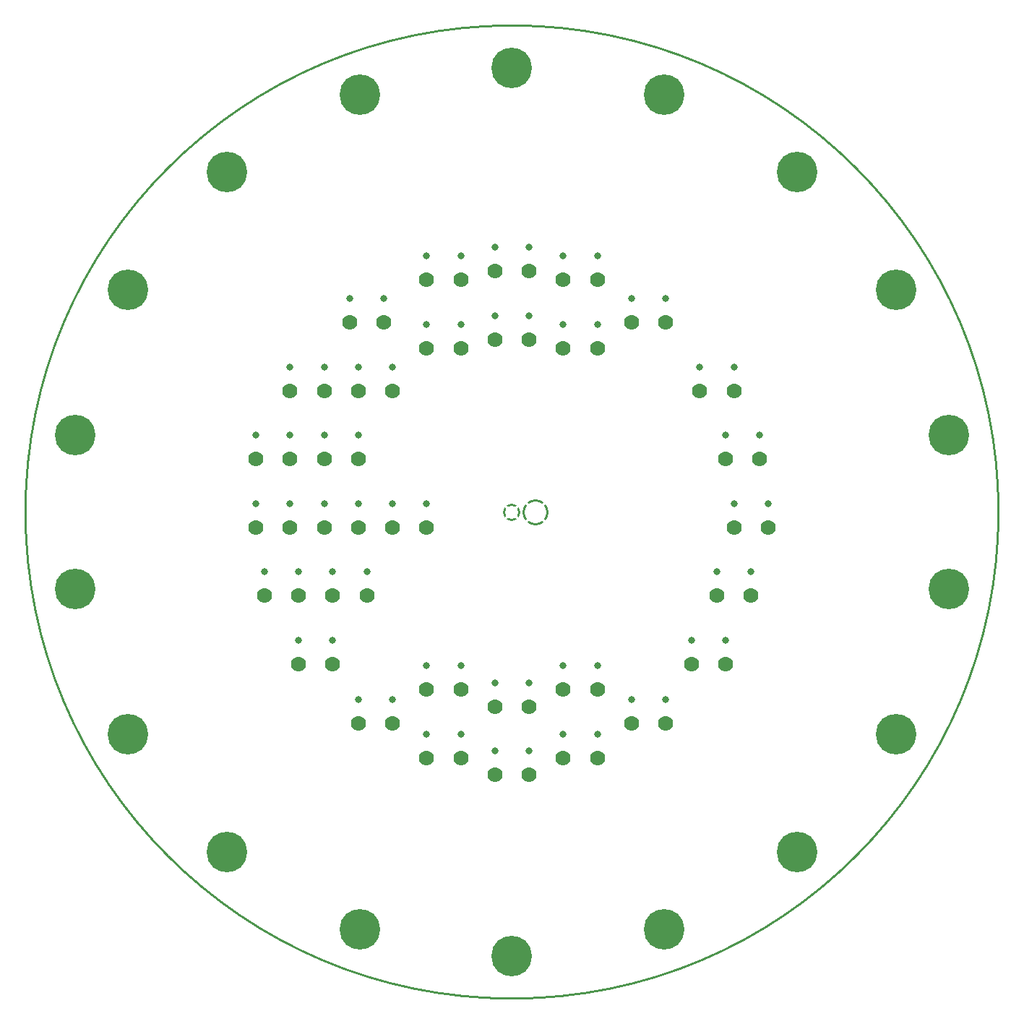
<source format=gbr>
G04 Layer_Physical_Order=2*
G04 Layer_Color=32768*
%FSLAX26Y26*%
%MOIN*%
%TF.FileFunction,Copper,L2,Inr,Plane*%
%TF.Part,Single*%
G01*
G75*
%TA.AperFunction,NonConductor*%
%ADD13C,0.010000*%
%TA.AperFunction,WasherPad*%
%ADD14C,0.187165*%
%TA.AperFunction,ComponentPad*%
%ADD15C,0.070000*%
%ADD16C,0.032000*%
G04:AMPARAMS|DCode=17|XSize=120mil|YSize=120mil|CornerRadius=0mil|HoleSize=0mil|Usage=FLASHONLY|Rotation=0.000|XOffset=0mil|YOffset=0mil|HoleType=Round|Shape=Relief|Width=10mil|Gap=10mil|Entries=4|*
%AMTHD17*
7,0,0,0.120000,0.100000,0.010000,45*
%
%ADD17THD17*%
G04:AMPARAMS|DCode=18|XSize=82mil|YSize=82mil|CornerRadius=0mil|HoleSize=0mil|Usage=FLASHONLY|Rotation=0.000|XOffset=0mil|YOffset=0mil|HoleType=Round|Shape=Relief|Width=10mil|Gap=10mil|Entries=4|*
%AMTHD18*
7,0,0,0.082000,0.062000,0.010000,45*
%
%ADD18THD18*%
D13*
X0Y2244095D02*
G03*
X-2244095Y0I0J-2244095D01*
G01*
X2244095D02*
G03*
X0Y2244095I-2244095J0D01*
G01*
Y-2244095D02*
G03*
X2244095Y0I0J2244095D01*
G01*
X-2244095D02*
G03*
X0Y-2244095I2244095J0D01*
G01*
D14*
X-1315944Y1568268D02*
D03*
X-700198Y1923780D02*
D03*
X0Y2047244D02*
D03*
X700198Y1923780D02*
D03*
X1315944Y1568280D02*
D03*
X1772966Y1023622D02*
D03*
X2016142Y355500D02*
D03*
Y-355500D02*
D03*
X1772966Y-1023622D02*
D03*
X1315944Y-1568280D02*
D03*
X700198Y-1923780D02*
D03*
X0Y-2047244D02*
D03*
X-700198Y-1923780D02*
D03*
X-1315944Y-1568280D02*
D03*
X-1772966Y-1023622D02*
D03*
X-2016142Y-355500D02*
D03*
Y355500D02*
D03*
X-1772966Y1023622D02*
D03*
D15*
X-866142Y244330D02*
D03*
X-393700Y1071102D02*
D03*
X-78740Y-897402D02*
D03*
X-1181102Y244330D02*
D03*
X-1023622Y559292D02*
D03*
X-78740Y1110472D02*
D03*
X-393700Y-818662D02*
D03*
X236220Y1071102D02*
D03*
X-393700Y756142D02*
D03*
X-78740Y795512D02*
D03*
X-708662Y-976142D02*
D03*
X551182Y874252D02*
D03*
X236220Y756142D02*
D03*
X1023622Y-70630D02*
D03*
X-826772Y-385590D02*
D03*
X866142Y559292D02*
D03*
X551182Y-976142D02*
D03*
X236220Y-1133622D02*
D03*
X-551182Y-70630D02*
D03*
X984252Y244330D02*
D03*
X-393700Y-1133622D02*
D03*
X-78740Y-1212362D02*
D03*
X-1181102Y-70630D02*
D03*
X944882Y-385590D02*
D03*
X-866142Y-70630D02*
D03*
X-826772Y-700552D02*
D03*
X-984252D02*
D03*
X-708662Y559292D02*
D03*
X826772Y-700552D02*
D03*
X-1141732Y-385590D02*
D03*
X-748032Y874252D02*
D03*
X236220Y-818662D02*
D03*
X-590552Y874252D02*
D03*
X-866142Y559292D02*
D03*
X-551182D02*
D03*
X-1023622Y244330D02*
D03*
X-708662D02*
D03*
Y-70630D02*
D03*
X-1023622D02*
D03*
X-393700D02*
D03*
X-984252Y-385590D02*
D03*
X-669292D02*
D03*
X-236220Y1071102D02*
D03*
Y756142D02*
D03*
X78740Y1110472D02*
D03*
Y795512D02*
D03*
X393700Y1071102D02*
D03*
Y756142D02*
D03*
X708662Y874252D02*
D03*
X1023622Y559292D02*
D03*
X1141732Y244330D02*
D03*
X1181102Y-70630D02*
D03*
X1102362Y-385590D02*
D03*
X984252Y-700552D02*
D03*
X-551182Y-976142D02*
D03*
X-236220Y-1133622D02*
D03*
Y-818662D02*
D03*
X78740Y-1212362D02*
D03*
Y-897402D02*
D03*
X393700Y-1133622D02*
D03*
Y-818662D02*
D03*
X708662Y-976142D02*
D03*
D16*
X-866142Y354330D02*
D03*
X-393700Y1181102D02*
D03*
X-78740Y-787402D02*
D03*
X-1181102Y354330D02*
D03*
X-1023622Y669292D02*
D03*
X-78740Y1220472D02*
D03*
X-393700Y-708662D02*
D03*
X236220Y1181102D02*
D03*
X-393700Y866142D02*
D03*
X-78740Y905512D02*
D03*
X-708662Y-866142D02*
D03*
X551182Y984252D02*
D03*
X236220Y866142D02*
D03*
X1023622Y39370D02*
D03*
X-826772Y-275590D02*
D03*
X866142Y669292D02*
D03*
X551182Y-866142D02*
D03*
X236220Y-1023622D02*
D03*
X-551182Y39370D02*
D03*
X984252Y354330D02*
D03*
X-393700Y-1023622D02*
D03*
X-78740Y-1102362D02*
D03*
X-1181102Y39370D02*
D03*
X944882Y-275590D02*
D03*
X-866142Y39370D02*
D03*
X-826772Y-590552D02*
D03*
X-984252D02*
D03*
X-708662Y669292D02*
D03*
X826772Y-590552D02*
D03*
X-1141732Y-275590D02*
D03*
X-748032Y984252D02*
D03*
X236220Y-708662D02*
D03*
X-590552Y984252D02*
D03*
X-866142Y669292D02*
D03*
X-551182D02*
D03*
X-1023622Y354330D02*
D03*
X-708662D02*
D03*
Y39370D02*
D03*
X-1023622D02*
D03*
X-393700D02*
D03*
X-984252Y-275590D02*
D03*
X-669292D02*
D03*
X-236220Y1181102D02*
D03*
Y866142D02*
D03*
X78740Y1220472D02*
D03*
Y905512D02*
D03*
X393700Y1181102D02*
D03*
Y866142D02*
D03*
X708662Y984252D02*
D03*
X1023622Y669292D02*
D03*
X1141732Y354330D02*
D03*
X1181102Y39370D02*
D03*
X1102362Y-275590D02*
D03*
X984252Y-590552D02*
D03*
X-551182Y-866142D02*
D03*
X-236220Y-1023622D02*
D03*
Y-708662D02*
D03*
X78740Y-1102362D02*
D03*
Y-787402D02*
D03*
X393700Y-1023622D02*
D03*
Y-708662D02*
D03*
X708662Y-866142D02*
D03*
D17*
X110000Y0D02*
D03*
D18*
X0D02*
D03*
%TF.MD5,51200ecbc018d0a2a5f01915b310347c*%
M02*

</source>
